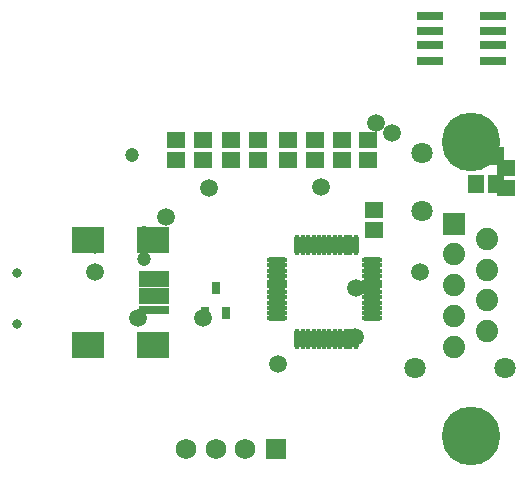
<source format=gts>
%FSTIX11Y11*%
%MOMM*%
%SFA1B1*%

%IPPOS*%
%ADD31R,2.203196X0.803148*%
%ADD32R,1.553210X1.353312*%
%ADD33R,1.353312X1.553210*%
%ADD34R,0.803148X1.103122*%
%ADD35R,2.703068X2.203196*%
%ADD36R,2.503170X0.703072*%
%ADD37O,1.753108X0.453136*%
%ADD38O,0.453136X1.753108*%
%ADD39C,1.803146*%
%ADD40C,1.203198*%
%ADD41C,1.893062*%
%ADD42R,1.893062X1.893062*%
%ADD43C,4.963160*%
%ADD44C,1.727200*%
%ADD45R,1.727200X1.727200*%
%ADD46C,0.803148*%
%ADD47C,1.503172*%
%LNusb_can-1*%
%LPD*%
G54D31*
X781Y514D03*
Y25D03*
Y-38D03*
Y25D03*
X-54Y-12D03*
Y12D03*
Y-25D03*
Y38D03*
G54D32*
X65Y-129D03*
Y-17D03*
X-117Y24D03*
Y17D03*
X-22Y-17D03*
Y17D03*
X-71Y-17D03*
Y17D03*
X-23Y-17D03*
Y17D03*
X71Y-17D03*
Y17D03*
X-23Y-17D03*
Y17D03*
X-95Y-17D03*
Y17D03*
X23Y-17D03*
Y17D03*
X145Y-59D03*
Y-17D03*
G54D33*
X86Y39D03*
X17D03*
X-17Y23D03*
X17D03*
G54D34*
X-237Y-111D03*
X09Y-22D03*
X-18D03*
G54D35*
X-99Y-27D03*
Y89D03*
X55D03*
Y-89D03*
G54D36*
X01Y6D03*
Y-07D03*
Y-08D03*
Y-07D03*
Y-08D03*
G54D37*
X184Y42D03*
Y-04D03*
Y-05D03*
Y-04D03*
Y-05D03*
Y-04D03*
Y-05D03*
Y-04D03*
Y-05D03*
Y-04D03*
Y-05D03*
Y-04D03*
X-8D03*
Y04D03*
Y05D03*
Y04D03*
Y05D03*
Y04D03*
Y05D03*
Y04D03*
Y05D03*
Y04D03*
Y05D03*
Y04D03*
G54D38*
X67Y-67D03*
X-05D03*
X-04D03*
X-05D03*
X-04D03*
X-05D03*
X-04D03*
X-05D03*
X-04D03*
X-05D03*
X-04D03*
X-05D03*
Y8D03*
X05D03*
X04D03*
X05D03*
X04D03*
X05D03*
X04D03*
X05D03*
X04D03*
X05D03*
X04D03*
X05D03*
G54D39*
X5Y-104D03*
X76D03*
X-7Y182D03*
Y-49D03*
G54D40*
X-246Y47D03*
X1Y-88D03*
X0Y22D03*
G54D41*
X263Y-96D03*
X28Y13D03*
X-28Y13D03*
X28Y13D03*
X-28Y13D03*
X28Y13D03*
X-28Y13D03*
X28Y13D03*
G54D42*
X-28Y13D03*
G54D43*
X14Y69D03*
Y-249D03*
G54D44*
X-216Y-11D03*
X25D03*
X-5D03*
G54D45*
X76D03*
G54D46*
X-219Y106D03*
Y43D03*
G54D47*
X102Y-38D03*
X184Y-16D03*
X-129Y16D03*
X64Y-39D03*
X-155Y78D03*
X96Y71D03*
X-96Y-48D03*
X221Y-36D03*
X54Y13D03*
X-24Y118D03*
X-13Y08D03*
X-47Y-54D03*
X-131Y-25D03*
M02*
</source>
